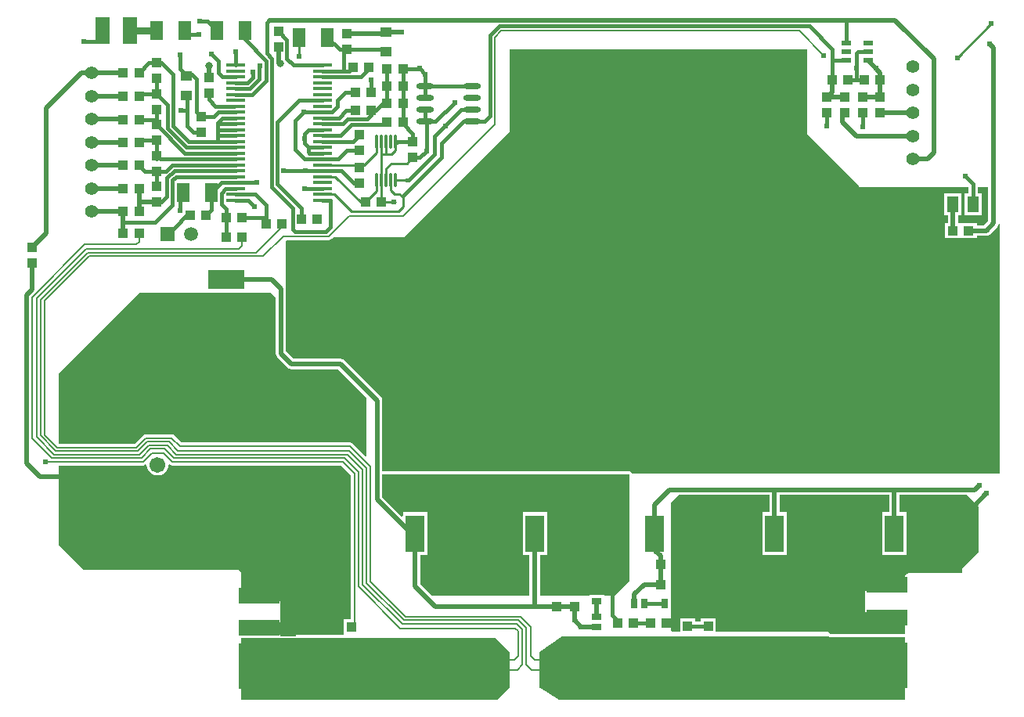
<source format=gtl>
%FSAX24Y24*%
%MOIN*%
G70*
G01*
G75*
G04 Layer_Physical_Order=1*
G04 Layer_Color=255*
%ADD10C,0.0150*%
%ADD11R,0.1535X0.1102*%
%ADD12R,0.0709X0.2087*%
%ADD13R,0.1772X0.0709*%
%ADD14R,0.1969X0.1969*%
%ADD15R,0.0709X0.2126*%
%ADD16R,0.0532X0.0807*%
%ADD17O,0.0768X0.0236*%
%ADD18R,0.0433X0.0236*%
%ADD19O,0.0118X0.0650*%
%ADD20O,0.0807X0.0157*%
%ADD21R,0.0492X0.0709*%
%ADD22R,0.0669X0.0433*%
%ADD23R,0.0472X0.0433*%
%ADD24R,0.0610X0.1161*%
%ADD25R,0.0394X0.0433*%
%ADD26R,0.0433X0.0394*%
%ADD27R,0.0394X0.0315*%
%ADD28R,0.0315X0.0394*%
%ADD29R,0.1575X0.0787*%
%ADD30R,0.3307X0.4154*%
%ADD31R,0.0787X0.1575*%
%ADD32R,0.4154X0.3307*%
%ADD33R,0.1732X0.1575*%
%ADD34C,0.0080*%
%ADD35C,0.0200*%
%ADD36C,0.0110*%
%ADD37C,0.0300*%
%ADD38C,0.0100*%
%ADD39C,0.0550*%
%ADD40R,0.0591X0.0591*%
%ADD41C,0.0591*%
%ADD42C,0.0670*%
%ADD43C,0.1500*%
%ADD44C,0.1800*%
%ADD45C,0.0240*%
%ADD46C,0.0320*%
%ADD47C,0.0315*%
G36*
X045899Y026748D02*
X045900Y026746D01*
Y022220D01*
X045280Y021600D01*
X044817D01*
Y021631D01*
X044183D01*
Y021600D01*
X042088D01*
Y023327D01*
X042378D01*
Y025142D01*
X041350D01*
Y023327D01*
X041640D01*
Y021600D01*
X037467D01*
X036986Y022081D01*
Y023327D01*
X037276D01*
Y025142D01*
X036248D01*
Y024984D01*
X036202Y024965D01*
X035374Y025793D01*
Y026750D01*
X045888D01*
X045899Y026748D01*
D02*
G37*
G36*
X054403Y019837D02*
X054450Y019828D01*
X057609D01*
Y017149D01*
X042876D01*
X042050Y017700D01*
Y019200D01*
X043024Y019850D01*
X054384D01*
X054403Y019837D01*
D02*
G37*
G36*
X040800Y019200D02*
Y017700D01*
X040249Y017149D01*
X029349D01*
Y019800D01*
X040200D01*
X040800Y019200D01*
D02*
G37*
G36*
X060750Y025400D02*
Y023450D01*
X060050Y022750D01*
Y022549D01*
X057808D01*
X057732Y022534D01*
X057667Y022491D01*
X057624Y022426D01*
X057609Y022350D01*
Y021829D01*
X056044D01*
X055968Y021813D01*
X055904Y021770D01*
X055860Y021706D01*
X055845Y021630D01*
Y021059D01*
X055860Y020983D01*
X055904Y020918D01*
X055968Y020875D01*
X056044Y020860D01*
X057609D01*
Y019950D01*
X054450D01*
X054350Y020050D01*
X049561D01*
Y020618D01*
X048927D01*
Y020480D01*
X048681D01*
Y020618D01*
X048047D01*
Y020050D01*
X047719D01*
X047650Y020119D01*
Y020933D01*
X047667D01*
Y021567D01*
X047650D01*
Y025550D01*
X047976Y025876D01*
X051844D01*
Y025142D01*
X051554D01*
Y023327D01*
X052582D01*
Y025142D01*
X052292D01*
Y025876D01*
X056946D01*
Y025142D01*
X056656D01*
Y023327D01*
X057684D01*
Y025142D01*
X057394D01*
Y025876D01*
X060274D01*
X060750Y025400D01*
D02*
G37*
G36*
X053450Y041250D02*
X055700Y039000D01*
X060314D01*
Y038734D01*
X060147D01*
Y037786D01*
X060879D01*
Y038734D01*
X060712D01*
Y039000D01*
X061170D01*
Y037543D01*
X060982Y037354D01*
X060676D01*
Y037447D01*
X059891D01*
Y037786D01*
X060033D01*
Y038734D01*
X059301D01*
Y037786D01*
X059442D01*
Y037447D01*
X059333D01*
Y036813D01*
X060676D01*
Y036906D01*
X061075D01*
X061160Y036923D01*
X061233Y036971D01*
X061553Y037291D01*
X061602Y037364D01*
X061614Y037428D01*
X061664Y037423D01*
Y026800D01*
X046011D01*
X045987Y026837D01*
X045947Y026863D01*
X045900Y026872D01*
X035374D01*
Y029900D01*
X035357Y029986D01*
X035309Y030059D01*
X033759Y031609D01*
X033686Y031657D01*
X033600Y031674D01*
X031593D01*
X031274Y031993D01*
Y034650D01*
X031257Y034736D01*
X031251Y034745D01*
X031245Y036701D01*
X031280Y036737D01*
X033100D01*
X033162Y036749D01*
X033215Y036785D01*
X033281Y036850D01*
X036300D01*
X040800Y041350D01*
Y044850D01*
X053450D01*
Y041250D01*
D02*
G37*
G36*
X030826Y034274D02*
Y031900D01*
X030843Y031814D01*
X030891Y031741D01*
X031341Y031291D01*
X031414Y031243D01*
X031500Y031226D01*
X033507D01*
X034700Y030033D01*
X034700Y027546D01*
X034654Y027527D01*
X034115Y028065D01*
X034062Y028101D01*
X034000Y028113D01*
X026818D01*
X026515Y028415D01*
X026462Y028451D01*
X026400Y028463D01*
X025300D01*
X025238Y028451D01*
X025185Y028415D01*
X024832Y028063D01*
X021604D01*
X021600Y028067D01*
Y031050D01*
X025050Y034500D01*
X030600D01*
X030826Y034274D01*
D02*
G37*
G36*
X026318Y027175D02*
X026371Y027139D01*
X026434Y027127D01*
X033632D01*
X034027Y026732D01*
Y020587D01*
X033733D01*
Y019922D01*
X029349D01*
Y020445D01*
X030930D01*
X031006Y020460D01*
X031070Y020503D01*
X031113Y020568D01*
X031128Y020644D01*
Y021167D01*
X031113Y021243D01*
X031070Y021308D01*
X031037Y021341D01*
X030973Y021384D01*
X030897Y021399D01*
X029357D01*
Y022500D01*
X029342Y022576D01*
X029298Y022641D01*
X029234Y022684D01*
X029158Y022699D01*
X022651D01*
X021600Y023750D01*
Y027137D01*
X025176D01*
X025239Y027149D01*
X025292Y027185D01*
X025297Y027190D01*
X025341Y027167D01*
X025341Y027165D01*
X025357Y027046D01*
X025403Y026936D01*
X025475Y026840D01*
X025571Y026768D01*
X025681Y026722D01*
X025800Y026706D01*
X025919Y026722D01*
X026029Y026768D01*
X026125Y026840D01*
X026197Y026936D01*
X026243Y027046D01*
X026259Y027165D01*
X026259Y027167D01*
X026303Y027190D01*
X026318Y027175D01*
D02*
G37*
D10*
X025082Y041900D02*
G03*
X025009Y041870I000000J-000102D01*
G01*
X025082Y041900D02*
G03*
X025009Y041870I000000J-000102D01*
G01*
X025082Y041900D02*
G03*
X025009Y041870I000000J-000102D01*
G01*
X045150Y020750D02*
X045447Y020453D01*
X027329Y041321D02*
X027650D01*
X027050Y042250D02*
Y042901D01*
X028352Y040963D02*
Y041730D01*
X028372Y041185D02*
X029129D01*
X028358Y041435D02*
X029129D01*
X028352Y041730D02*
X028557Y041935D01*
X028397Y041685D02*
X029129D01*
X027115Y040935D02*
X029129D01*
X028557Y041935D02*
X029129D01*
X034050Y041650D02*
X035574D01*
X037190Y042290D02*
X037190Y042290D01*
Y041790D02*
Y042290D01*
Y041790D02*
X037244Y041736D01*
X035451Y044850D02*
X035530Y044771D01*
X033850Y044850D02*
X035451D01*
X054532Y043550D02*
Y044376D01*
X046524Y021250D02*
X047390D01*
X046072Y020409D02*
X046803D01*
X055201Y043550D02*
X055562D01*
X024340Y037500D02*
X025700D01*
X024340D02*
Y037970D01*
X037190Y043290D02*
X039144D01*
X029129Y039185D02*
X030015D01*
X036944Y044042D02*
X037190Y043796D01*
X036244Y044010D02*
X036912D01*
X037190Y043290D02*
Y043796D01*
X032050Y041050D02*
Y041250D01*
Y040850D02*
Y041050D01*
X031650Y041820D02*
X032015Y042185D01*
X031650Y040600D02*
Y041820D01*
Y040600D02*
X032065Y040185D01*
X032811D01*
X032050Y040850D02*
X032215Y040685D01*
X032050Y041250D02*
X032235Y041435D01*
X032811D01*
X036244Y043290D02*
Y043970D01*
Y043270D02*
Y043290D01*
Y042550D02*
Y043230D01*
Y042530D02*
Y042550D01*
X037190Y042790D02*
Y043290D01*
X036674Y040241D02*
X036954D01*
X037244Y040530D01*
Y041736D01*
X036005Y040904D02*
X036011Y040910D01*
X036674D01*
X028720Y036870D02*
Y037690D01*
X035574Y043290D02*
Y044010D01*
Y042550D02*
Y043290D01*
Y042530D02*
Y042550D01*
X035374Y042530D02*
X035574D01*
X036244Y041750D02*
Y042530D01*
Y041700D02*
Y041750D01*
Y041700D02*
X036674Y041270D01*
Y040910D02*
Y041270D01*
X035094Y042250D02*
X035374Y042530D01*
X033450Y042700D02*
X033780Y043030D01*
X033216Y042185D02*
X033450Y042419D01*
X032811Y042185D02*
X033216D01*
X034893Y042250D02*
X035094D01*
X033450Y042419D02*
Y042700D01*
X032015Y042185D02*
X032811D01*
X032065Y038935D02*
X032811D01*
X034803Y044019D02*
Y044100D01*
X034469Y043685D02*
X034803Y044019D01*
X032811Y043685D02*
X034469D01*
X033740Y043935D02*
Y044740D01*
X033850Y044850D01*
X033550D02*
X033850D01*
X033040Y045360D02*
X033550Y044850D01*
X048364Y020281D02*
X049244D01*
X030950Y045620D02*
X031302Y045268D01*
X029727Y043201D02*
X030125Y043600D01*
X033969Y043935D02*
X034134Y044100D01*
X032811Y043935D02*
X033969D01*
X034109Y040935D02*
X034399Y041225D01*
X032811Y040935D02*
X034104D01*
X029129Y038685D02*
X029965D01*
X030420Y038230D01*
X029655Y038435D02*
X029930Y038160D01*
X029129Y038435D02*
X029655D01*
X029113Y038919D02*
X029129Y038935D01*
X028708Y038919D02*
X029113D01*
X028511Y038261D02*
Y038722D01*
Y038261D02*
X028720Y038052D01*
X028511Y038722D02*
X028708Y038919D01*
X028720Y037690D02*
Y038052D01*
X028090Y038740D02*
X028535Y039185D01*
X029129D01*
X030125Y043600D02*
Y044125D01*
X029146Y043201D02*
X029727D01*
X029129Y043185D02*
X029146Y043201D01*
X027920Y046050D02*
X028320Y045650D01*
X027600Y046050D02*
X027920D01*
X028100Y044650D02*
X028400Y044350D01*
Y043850D02*
Y044350D01*
Y043850D02*
X028565Y043685D01*
X029129D01*
Y044185D02*
Y044750D01*
X027450Y042200D02*
Y043600D01*
X027273Y043777D02*
X027450Y043600D01*
X027030Y043777D02*
X027273D01*
X025750Y040201D02*
Y040980D01*
X026418Y039919D02*
X029113D01*
X026510Y039685D02*
X029129D01*
X026205Y039380D02*
X026510Y039685D01*
X026205Y038605D02*
Y039380D01*
X026164Y039665D02*
X026418Y039919D01*
X026964Y040435D02*
X029129D01*
X025750Y041649D02*
X026964Y040435D01*
X027040Y040685D02*
X029129D01*
X025760Y040334D02*
X025909Y040185D01*
X029129D01*
X027050Y041600D02*
X027329Y041321D01*
X027450Y042200D02*
X027650Y042000D01*
X025760Y039665D02*
X026164D01*
X025950Y038350D02*
X026205Y038605D01*
X028385Y042185D02*
X029129D01*
X028200Y042000D02*
X028385Y042185D01*
X027650Y042000D02*
X028200D01*
X026750Y044008D02*
X027030Y043728D01*
X026750Y044008D02*
Y044614D01*
X025750Y041649D02*
X025750D01*
X026950Y045650D02*
X027100Y045500D01*
X027550D01*
X025760Y039019D02*
Y039665D01*
X025750Y042964D02*
Y043610D01*
X027990Y042710D02*
X028265Y042435D01*
X027990Y042710D02*
Y042980D01*
X028265Y042435D02*
X029050D01*
X025009Y039910D02*
X025254Y039665D01*
X025760D01*
X025009Y040890D02*
X025099Y040980D01*
X025750D01*
Y041870D02*
Y042295D01*
Y041649D02*
Y041870D01*
X025009Y042850D02*
X025124Y042964D01*
X025750D01*
Y040344D02*
Y040980D01*
X022650Y045200D02*
X023350D01*
X023449Y045299D01*
Y045594D01*
X025750Y040980D02*
X025789Y041019D01*
X025009Y043850D02*
X025439Y044279D01*
X025750D01*
X025009Y041870D02*
X025750D01*
X025700Y037500D02*
X026435Y038235D01*
Y039285D01*
X026585Y039435D01*
X029129D01*
X055632Y044750D02*
X056054D01*
X055562Y044680D02*
X055632Y044750D01*
X055562Y043550D02*
X055903D01*
X055562D02*
Y044050D01*
Y044680D01*
X055109Y045124D02*
Y046100D01*
X026450Y037200D02*
X027125Y037875D01*
X045150Y020750D02*
Y021700D01*
X033780Y043030D02*
X034224D01*
X034893D02*
Y043549D01*
X032811Y041935D02*
X033510D01*
X033825Y042250D01*
X034224D01*
X032811Y041185D02*
X033585D01*
X034050Y041650D01*
X032811Y041685D02*
X033685D01*
X033880Y041880D01*
X034724D01*
X034893Y042049D01*
Y042250D01*
X032811Y039685D02*
X033615D01*
X034149Y039151D01*
X034394D01*
X032811Y040185D02*
X033485D01*
X033861Y040561D01*
X034394D01*
X032215Y040685D02*
X032811D01*
X032265Y040435D02*
X032811D01*
X032215Y040485D02*
X032265Y040435D01*
X032215Y040485D02*
Y040685D01*
X037594Y041150D02*
X038734Y042290D01*
X039198D01*
X055809Y041570D02*
Y042140D01*
Y041570D02*
X055829Y041550D01*
X054282Y041580D02*
Y042140D01*
X031575Y044185D02*
X032811D01*
X029129Y042935D02*
X029835D01*
X029129Y043435D02*
X029635D01*
X029850Y043650D01*
Y043900D01*
X037190Y041790D02*
X037641D01*
X038450Y042599D01*
X038840Y041790D02*
X039198D01*
X054532Y044376D02*
X055109D01*
X054532D02*
Y044855D01*
X053542Y045845D02*
X054532Y044855D01*
X039734Y041790D02*
X039950Y042006D01*
X039198Y041790D02*
X039734D01*
X036396Y039293D02*
X036487D01*
X037594Y040400D01*
Y041150D01*
X036294Y038650D02*
X037894Y040250D01*
Y040844D01*
X038840Y041790D01*
X039950Y042006D02*
Y045450D01*
X031302Y044458D02*
X031575Y044185D01*
X031302Y044458D02*
Y045268D01*
X039950Y045450D02*
X040345Y045845D01*
X053542D01*
X029835Y042935D02*
X030430Y043530D01*
X027050Y041600D02*
Y042250D01*
X026450Y041600D02*
X027115Y040935D01*
X025750Y044279D02*
X025971D01*
X026450Y043800D01*
X026220Y041505D02*
X027040Y040685D01*
X025750Y042964D02*
X026220Y042494D01*
Y041505D02*
Y042494D01*
X026450Y041600D02*
Y043800D01*
X026800Y042250D02*
X027050D01*
X028090Y038020D02*
Y038740D01*
X026750Y038000D02*
Y038400D01*
X026890Y038540D01*
Y038740D01*
X027870Y037800D02*
X028090Y038020D01*
X030450Y046000D02*
X030550Y046100D01*
X030450Y044675D02*
Y046000D01*
X030660Y038990D02*
X031549Y038101D01*
Y037201D02*
Y038101D01*
Y037201D02*
X031650Y037100D01*
X032838D01*
X032839Y037101D01*
X032951D01*
X033150Y037300D01*
Y038435D01*
X032811D02*
X033150D01*
X029389Y037690D02*
X030400D01*
X030420Y037410D02*
Y038230D01*
X031921Y037610D02*
Y038079D01*
X030890Y039110D02*
X031921Y038079D01*
X030890Y041740D02*
X031835Y042685D01*
X032811D01*
X030890Y039110D02*
Y041740D01*
X031165Y039685D02*
X032811D01*
X060513Y038260D02*
Y039123D01*
X060187Y039450D02*
X060513Y039123D01*
X029520Y045280D02*
Y045650D01*
X030430Y043530D02*
Y044370D01*
X029520Y045280D02*
X030430Y044370D01*
X030660Y038990D02*
Y044465D01*
X030450Y044675D02*
X030660Y044465D01*
D11*
X051090Y019302D02*
D03*
Y022098D02*
D03*
D12*
X031355Y020900D02*
D03*
D13*
X030115Y020211D02*
D03*
Y021588D02*
D03*
X056843Y022063D02*
D03*
Y020646D02*
D03*
D14*
X030213Y018577D02*
D03*
X056745Y018618D02*
D03*
D15*
X055603Y021354D02*
D03*
D16*
X025750Y045650D02*
D03*
X026950D02*
D03*
X028320D02*
D03*
X029520D02*
D03*
X026890Y038740D02*
D03*
X028090D02*
D03*
X033040Y045360D02*
D03*
X031840D02*
D03*
D17*
X039198Y041790D02*
D03*
Y042290D02*
D03*
Y042790D02*
D03*
Y043290D02*
D03*
X037190Y041790D02*
D03*
Y042290D02*
D03*
Y042790D02*
D03*
Y043290D02*
D03*
D18*
X055109Y044376D02*
D03*
Y044750D02*
D03*
Y045124D02*
D03*
X056054D02*
D03*
Y044750D02*
D03*
Y044376D02*
D03*
D19*
X035917Y040907D02*
D03*
X035721D02*
D03*
X035524D02*
D03*
X035327D02*
D03*
X035130D02*
D03*
X035917Y039293D02*
D03*
X035721D02*
D03*
X035524D02*
D03*
X035327D02*
D03*
X035130D02*
D03*
D20*
X032811Y038435D02*
D03*
Y038685D02*
D03*
Y038935D02*
D03*
Y039185D02*
D03*
Y039435D02*
D03*
Y039685D02*
D03*
Y039935D02*
D03*
Y040185D02*
D03*
Y040435D02*
D03*
Y040685D02*
D03*
Y040935D02*
D03*
Y041185D02*
D03*
Y041435D02*
D03*
Y041685D02*
D03*
Y041935D02*
D03*
Y042185D02*
D03*
Y042435D02*
D03*
Y042685D02*
D03*
Y042935D02*
D03*
Y043185D02*
D03*
Y043435D02*
D03*
Y043685D02*
D03*
Y043935D02*
D03*
Y044185D02*
D03*
X029129Y038435D02*
D03*
Y038685D02*
D03*
Y038935D02*
D03*
Y039185D02*
D03*
Y039435D02*
D03*
Y039685D02*
D03*
Y039935D02*
D03*
Y040185D02*
D03*
Y040435D02*
D03*
Y040685D02*
D03*
Y040935D02*
D03*
Y041185D02*
D03*
Y041435D02*
D03*
Y041685D02*
D03*
Y041935D02*
D03*
Y042185D02*
D03*
Y042435D02*
D03*
Y042685D02*
D03*
Y042935D02*
D03*
Y043185D02*
D03*
Y043435D02*
D03*
Y043685D02*
D03*
Y043935D02*
D03*
Y044185D02*
D03*
D21*
X059667Y038260D02*
D03*
X060513D02*
D03*
D22*
X052980Y019640D02*
D03*
Y020703D02*
D03*
X053810Y019640D02*
D03*
Y020703D02*
D03*
D23*
X027030Y042901D02*
D03*
Y043728D02*
D03*
X035530Y045598D02*
D03*
Y044771D02*
D03*
D24*
X024611Y045650D02*
D03*
X023449D02*
D03*
D25*
X056572Y042140D02*
D03*
Y042809D02*
D03*
X055045D02*
D03*
Y042140D02*
D03*
X055809Y042809D02*
D03*
Y042140D02*
D03*
X054282D02*
D03*
Y042809D02*
D03*
X033850Y044850D02*
D03*
Y045519D02*
D03*
X034394Y040561D02*
D03*
Y041230D02*
D03*
X030950Y045620D02*
D03*
Y044951D02*
D03*
X027990Y043649D02*
D03*
Y042980D02*
D03*
X027650Y041331D02*
D03*
Y042000D02*
D03*
X025760Y039019D02*
D03*
Y038350D02*
D03*
Y040334D02*
D03*
Y039665D02*
D03*
X025750Y041649D02*
D03*
Y040980D02*
D03*
Y042964D02*
D03*
Y042295D02*
D03*
Y044279D02*
D03*
Y043610D02*
D03*
X034394Y039151D02*
D03*
Y039820D02*
D03*
X049244Y020950D02*
D03*
Y020281D02*
D03*
X048364D02*
D03*
Y019612D02*
D03*
X036674Y040241D02*
D03*
Y040910D02*
D03*
X034050Y019581D02*
D03*
Y020250D02*
D03*
X020460Y036429D02*
D03*
Y035760D02*
D03*
X043560Y021120D02*
D03*
Y021789D02*
D03*
X042780D02*
D03*
Y021120D02*
D03*
D26*
X056572Y043550D02*
D03*
X055903D02*
D03*
X055201D02*
D03*
X054532D02*
D03*
X027201Y037800D02*
D03*
X027870D02*
D03*
X034134Y044100D02*
D03*
X034803D02*
D03*
X036244Y041750D02*
D03*
X035574D02*
D03*
X031089Y037410D02*
D03*
X030420D02*
D03*
X028720Y036870D02*
D03*
X029389D02*
D03*
X034893Y042250D02*
D03*
X034224D02*
D03*
X035574Y043290D02*
D03*
X036244D02*
D03*
X024340Y043850D02*
D03*
X025009D02*
D03*
Y042850D02*
D03*
X024340D02*
D03*
Y041870D02*
D03*
X025009D02*
D03*
Y040890D02*
D03*
X024340D02*
D03*
Y039910D02*
D03*
X025009D02*
D03*
Y038930D02*
D03*
X024340D02*
D03*
X035574Y042550D02*
D03*
X036244D02*
D03*
X025009Y037970D02*
D03*
X024340D02*
D03*
X029389Y037690D02*
D03*
X028720D02*
D03*
X034224Y043030D02*
D03*
X034893D02*
D03*
X031921Y037610D02*
D03*
X032590D02*
D03*
X034664Y038340D02*
D03*
X035334D02*
D03*
X025009Y037010D02*
D03*
X024340D02*
D03*
X035574Y044010D02*
D03*
X036244D02*
D03*
X060339Y037130D02*
D03*
X059670D02*
D03*
X046072Y020409D02*
D03*
X045403D02*
D03*
X047472D02*
D03*
X046803D02*
D03*
X047209Y022929D02*
D03*
X047878D02*
D03*
X047879Y022059D02*
D03*
X047210D02*
D03*
D27*
X044500Y020267D02*
D03*
Y020700D02*
D03*
Y021786D02*
D03*
Y021353D02*
D03*
D28*
X046091Y021250D02*
D03*
X046524D02*
D03*
X047823D02*
D03*
X047390D02*
D03*
D29*
X028735Y033040D02*
D03*
X028735Y035040D02*
D03*
D30*
X033065Y034040D02*
D03*
D31*
X046966Y024235D02*
D03*
X048966Y024235D02*
D03*
X038762D02*
D03*
X036762Y024235D02*
D03*
X052068D02*
D03*
X054068Y024235D02*
D03*
X043864D02*
D03*
X041864Y024235D02*
D03*
X057170D02*
D03*
X059170Y024235D02*
D03*
D32*
X047966Y028565D02*
D03*
X037762D02*
D03*
X053068D02*
D03*
X042864D02*
D03*
X058170D02*
D03*
D33*
X039924Y018430D02*
D03*
X042916D02*
D03*
D34*
X041710D02*
X042522D01*
X041500Y018640D02*
X041710Y018430D01*
X041500Y018640D02*
Y020226D01*
X041166Y020560D02*
X041500Y020226D01*
X036276Y020560D02*
X041166D01*
X034700Y022136D02*
X036276Y020560D01*
X034700Y022136D02*
Y027015D01*
X033955Y027760D02*
X034700Y027015D01*
X026666Y027760D02*
X033955D01*
X026276Y028150D02*
X026666Y027760D01*
X025350Y028150D02*
X026276D01*
X024960Y027760D02*
X025350Y028150D01*
X021466Y027760D02*
X024960D01*
X020810Y028416D02*
X021466Y027760D01*
X020810Y028416D02*
Y034184D01*
X022816Y036190D01*
X029990D01*
X031089Y037289D01*
Y037410D01*
X021276Y027460D02*
X025110D01*
X020450Y028286D02*
X021276Y027460D01*
X025110D02*
X025500Y027850D01*
X025009Y036659D02*
Y037010D01*
X024900Y036550D02*
X025009Y036659D01*
X022700Y036550D02*
X024900D01*
X020450Y034300D02*
X022700Y036550D01*
X020450Y028286D02*
Y034300D01*
X040738Y018850D02*
X040990D01*
X041150Y019010D01*
Y020090D01*
X041040Y020200D02*
X041150Y020090D01*
X036134Y020200D02*
X041040D01*
X034350Y021984D02*
X036134Y020200D01*
X034350Y021984D02*
Y026865D01*
X033765Y027450D02*
X034350Y026865D01*
X028774Y027450D02*
X033765D01*
X026500D02*
X028774D01*
X026100Y027850D02*
X026500Y027450D01*
X025500Y027850D02*
X026100D01*
X040318Y018430D02*
X041130D01*
X041340Y018640D01*
Y020160D01*
X041100Y020400D02*
X041340Y020160D01*
X036210Y020400D02*
X041100D01*
X034540Y022070D02*
X036210Y020400D01*
X034540Y022070D02*
Y026949D01*
X033889Y027600D02*
X034540Y026949D01*
X026600Y027600D02*
X033889D01*
X026210Y027990D02*
X026600Y027600D01*
X025416Y027990D02*
X026210D01*
X025026Y027600D02*
X025416Y027990D01*
X021400Y027600D02*
X025026D01*
X020650Y028350D02*
X021400Y027600D01*
X020650Y028350D02*
Y034250D01*
X022750Y036350D01*
X029250D01*
X029389Y036489D01*
Y036870D01*
X041850Y018850D02*
X042102D01*
X041690Y019010D02*
X041850Y018850D01*
X041690Y019010D02*
Y020260D01*
X041250Y020700D02*
X041690Y020260D01*
X036350Y020700D02*
X041250D01*
X034850Y022200D02*
X036350Y020700D01*
X034850Y022200D02*
Y027100D01*
X034000Y027950D02*
X034850Y027100D01*
X026750Y027950D02*
X034000D01*
X026400Y028300D02*
X026750Y027950D01*
X025300Y028300D02*
X026400D01*
X024900Y027900D02*
X025300Y028300D01*
X021536Y027900D02*
X024900D01*
X021000Y028436D02*
X021536Y027900D01*
X021000Y028436D02*
Y034150D01*
X022900Y036050D01*
X030300D01*
X031150Y036900D01*
X033100D01*
X033950Y037750D01*
X036250D01*
X040145Y041645D01*
Y045369D01*
X040426Y045650D01*
X053112D01*
X054162Y044600D01*
X034050Y020250D02*
X034190Y020390D01*
Y026799D01*
X033699Y027290D02*
X034190Y026799D01*
X026434Y027290D02*
X033699D01*
X026054Y027670D02*
X026434Y027290D01*
X025546Y027670D02*
X026054D01*
X025176Y027300D02*
X025546Y027670D01*
X021070Y027300D02*
X025176D01*
X021050Y027320D02*
X021070Y027300D01*
D35*
X020230Y034391D02*
X020460Y034621D01*
X020230Y027220D02*
Y034391D01*
X020460Y034621D02*
Y035760D01*
X020800Y026650D02*
X022000D01*
X020230Y027220D02*
X020800Y026650D01*
X035451Y045519D02*
X035530Y045598D01*
X036190D01*
X054321Y042809D02*
X054532Y043020D01*
X054321Y042809D02*
X055045D01*
X054532Y043020D02*
Y043550D01*
X043560Y020540D02*
Y021120D01*
X042780D02*
X043560D01*
X047209Y022929D02*
Y023279D01*
X036615Y024235D02*
X036762D01*
X035150Y025700D02*
X036615Y024235D01*
X035150Y025700D02*
Y029900D01*
X033600Y031450D02*
X035150Y029900D01*
X031500Y031450D02*
X033600D01*
X031050Y031900D02*
X031500Y031450D01*
X031050Y031900D02*
Y034650D01*
X030660Y035040D02*
X031050Y034650D01*
X028735Y035040D02*
X030660D01*
X047000Y023488D02*
X047209Y023279D01*
X046966Y024235D02*
X047000Y024201D01*
X047225Y022059D02*
Y022929D01*
X046091Y021250D02*
Y021641D01*
X046509Y022059D01*
X047210D01*
X044500Y020700D02*
Y021353D01*
X024340Y037010D02*
Y037970D01*
X023000Y037944D02*
X024314D01*
X027990Y043649D02*
Y044150D01*
X025009Y038350D02*
X025950D01*
X023000Y043850D02*
X024340D01*
X025009Y038350D02*
Y038930D01*
X057880Y042150D02*
X057970D01*
X023007Y040890D02*
X024340D01*
X023003Y039910D02*
X024340D01*
X023000Y038929D02*
X024339D01*
X025009Y037970D02*
Y038350D01*
X023000Y041881D02*
X024328D01*
X023016Y042850D02*
X024340D01*
X021050Y037019D02*
Y042350D01*
X022550Y043850D01*
X023000D01*
X056054Y044376D02*
X056572Y043858D01*
Y043550D02*
Y043858D01*
Y042809D02*
Y043550D01*
X055892Y042809D02*
X056572D01*
Y042150D02*
X057970D01*
X047600Y026100D02*
X052068D01*
X046966Y025466D02*
X047600Y026100D01*
X046966Y024235D02*
Y025466D01*
X052068Y024235D02*
Y026100D01*
X057170D01*
Y024235D02*
Y026100D01*
X033850Y045519D02*
X035451D01*
X060250Y025400D02*
X060550D01*
X061100Y025950D01*
X057170Y026100D02*
X060600D01*
X060800Y026300D01*
X036762Y024235D02*
Y024300D01*
X041864Y021120D02*
Y024235D01*
X041994Y021120D02*
X042780D01*
X043560Y020540D02*
X043833Y020267D01*
X044500D01*
X036762Y021988D02*
Y024235D01*
Y021988D02*
X037630Y021120D01*
X041994D01*
X054962Y041750D02*
Y042140D01*
Y041750D02*
X055546Y041166D01*
X057970D01*
Y040181D02*
X058582D01*
X058850Y040450D01*
Y044450D01*
X057200Y046100D02*
X058850Y044450D01*
X047450Y046100D02*
X057200D01*
X030550D02*
X047450D01*
X020460Y036429D02*
X021050Y037019D01*
X059667Y037133D02*
Y038260D01*
X061225Y045088D02*
X061395Y044919D01*
Y037450D02*
Y044919D01*
X061075Y037130D02*
X061395Y037450D01*
X060339Y037130D02*
X061075D01*
X030950Y044330D02*
X031020Y044260D01*
X030950Y044330D02*
Y044951D01*
D36*
X035327Y040283D02*
Y040400D01*
Y039742D02*
Y040283D01*
Y039293D02*
Y039742D01*
X035524Y040420D02*
X035544Y040400D01*
X035754D01*
X035327D02*
X035544D01*
X035524Y040420D02*
Y040907D01*
X034454Y038340D02*
X034664D01*
X033359Y039435D02*
X034454Y038340D01*
X032811Y039435D02*
X033359D01*
X032811Y038685D02*
X033315D01*
X035917Y039293D02*
X036387D01*
X035327Y038340D02*
Y039293D01*
X036433Y040000D02*
X036674Y040241D01*
X035744Y040000D02*
X036433D01*
X035524Y039780D02*
X035744Y040000D01*
X035524Y039293D02*
Y039780D01*
X036002Y040904D02*
X036005D01*
X035915D02*
X035917D01*
Y040907D02*
X036002D01*
X035327Y040400D02*
Y040907D01*
X035754Y040400D02*
X035915Y040561D01*
Y040904D01*
X035130Y040461D02*
Y040907D01*
X034604Y039935D02*
X035130Y040461D01*
X032811Y039935D02*
X034604D01*
X034664Y038340D02*
X035130Y038806D01*
Y039293D01*
Y040907D02*
X035133Y040910D01*
X031840Y044568D02*
Y045360D01*
X035130Y040646D02*
Y040907D01*
X036244Y038600D02*
X036294Y038650D01*
X035721Y038858D02*
Y039293D01*
Y038858D02*
X035879Y038700D01*
X033315Y038685D02*
X034050Y037950D01*
X036044D02*
X036244Y038150D01*
X034050Y037950D02*
X036044D01*
X035334Y038340D02*
X035934D01*
X036244Y038150D02*
Y038550D01*
X036094Y038700D02*
X036244Y038550D01*
X035879Y038700D02*
X036094D01*
D37*
X025190Y045650D02*
X025750D01*
X024611D02*
X025190D01*
D38*
X059850Y044500D02*
X061300Y045950D01*
D39*
X057970Y041166D02*
D03*
Y040181D02*
D03*
Y042150D02*
D03*
Y043134D02*
D03*
Y044119D02*
D03*
X023000Y037944D02*
D03*
Y038929D02*
D03*
Y039913D02*
D03*
Y040897D02*
D03*
Y041881D02*
D03*
Y043850D02*
D03*
Y042866D02*
D03*
D40*
X026220Y036990D02*
D03*
D41*
X027220D02*
D03*
D42*
X025800Y027165D02*
D03*
D43*
X027800Y025350D02*
D03*
Y028980D02*
D03*
D44*
X023800Y025350D02*
D03*
Y028980D02*
D03*
D45*
X021040Y027300D02*
D03*
X036190Y045598D02*
D03*
X054282Y041580D02*
D03*
X056382Y044048D02*
D03*
X030015Y039185D02*
D03*
X036944Y044042D02*
D03*
X037190Y043796D02*
D03*
X032050Y041050D02*
D03*
X032015Y042185D02*
D03*
X037244Y040530D02*
D03*
X032065Y038935D02*
D03*
X031840Y044568D02*
D03*
X029930Y038160D02*
D03*
X027600Y046050D02*
D03*
X028100Y044650D02*
D03*
X027550Y045500D02*
D03*
X029129Y044750D02*
D03*
X026750Y044614D02*
D03*
Y038000D02*
D03*
X025190Y045650D02*
D03*
X022650Y045200D02*
D03*
X055562Y044050D02*
D03*
X061100Y025950D02*
D03*
X060800Y026300D02*
D03*
X043560Y020540D02*
D03*
X043833Y020267D02*
D03*
X034893Y043549D02*
D03*
X038450Y042599D02*
D03*
X055829Y041550D02*
D03*
X054162Y044600D02*
D03*
X035850Y038340D02*
D03*
X038044Y041600D02*
D03*
X029850Y043900D02*
D03*
X030150Y044150D02*
D03*
X026800Y042250D02*
D03*
X061300Y045950D02*
D03*
X059850Y044500D02*
D03*
X031165Y039685D02*
D03*
X032100D02*
D03*
X061222Y045085D02*
D03*
X060187Y039450D02*
D03*
D46*
X034440Y019180D02*
D03*
X052950Y019090D02*
D03*
X049950Y019300D02*
D03*
X057668Y022885D02*
D03*
X056768D02*
D03*
X054366Y021235D02*
D03*
X053466D02*
D03*
X054366Y021985D02*
D03*
X053466D02*
D03*
X052566Y021235D02*
D03*
Y021985D02*
D03*
Y022885D02*
D03*
X051666D02*
D03*
X049866Y021985D02*
D03*
X048966D02*
D03*
X058720Y022885D02*
D03*
X059620D02*
D03*
X059170D02*
D03*
X060070Y023335D02*
D03*
Y024235D02*
D03*
Y023785D02*
D03*
Y024685D02*
D03*
Y025135D02*
D03*
Y025585D02*
D03*
X059620D02*
D03*
X059170D02*
D03*
X058720D02*
D03*
X058270D02*
D03*
Y024685D02*
D03*
Y023785D02*
D03*
Y025135D02*
D03*
Y024235D02*
D03*
Y023335D02*
D03*
Y022885D02*
D03*
X053168D02*
D03*
Y023335D02*
D03*
Y024235D02*
D03*
Y025135D02*
D03*
Y023785D02*
D03*
Y024685D02*
D03*
Y025585D02*
D03*
X053618D02*
D03*
X054068D02*
D03*
X054518D02*
D03*
X054968D02*
D03*
Y025135D02*
D03*
Y024685D02*
D03*
Y023785D02*
D03*
Y024235D02*
D03*
Y023335D02*
D03*
Y022885D02*
D03*
X054068D02*
D03*
X054518D02*
D03*
X053618D02*
D03*
X055868D02*
D03*
Y023785D02*
D03*
Y024685D02*
D03*
Y025585D02*
D03*
X050766D02*
D03*
Y024685D02*
D03*
Y023785D02*
D03*
Y022885D02*
D03*
X048516D02*
D03*
X049416D02*
D03*
X048966D02*
D03*
X049866D02*
D03*
Y023335D02*
D03*
Y024235D02*
D03*
Y023785D02*
D03*
Y024685D02*
D03*
Y025135D02*
D03*
Y025585D02*
D03*
X049416D02*
D03*
X048966D02*
D03*
X048516D02*
D03*
X048066D02*
D03*
Y024685D02*
D03*
Y023785D02*
D03*
Y025135D02*
D03*
Y024235D02*
D03*
X045664Y022885D02*
D03*
Y023785D02*
D03*
Y024685D02*
D03*
Y025585D02*
D03*
X042964Y022435D02*
D03*
X043864D02*
D03*
X044764D02*
D03*
X043864Y026485D02*
D03*
X044764D02*
D03*
X041164D02*
D03*
X042064D02*
D03*
X042964D02*
D03*
X041164Y025585D02*
D03*
X042064D02*
D03*
X042964Y024235D02*
D03*
Y023335D02*
D03*
Y025135D02*
D03*
Y023785D02*
D03*
Y024685D02*
D03*
Y025585D02*
D03*
X043414D02*
D03*
X043864D02*
D03*
X044314D02*
D03*
X044764D02*
D03*
Y025135D02*
D03*
Y024685D02*
D03*
Y023785D02*
D03*
Y024235D02*
D03*
Y023335D02*
D03*
Y022885D02*
D03*
X043864D02*
D03*
X044314D02*
D03*
X042964D02*
D03*
X043414D02*
D03*
X037412D02*
D03*
X037862Y021985D02*
D03*
X038762D02*
D03*
X039662D02*
D03*
X040562D02*
D03*
Y022885D02*
D03*
Y023785D02*
D03*
Y024685D02*
D03*
Y025585D02*
D03*
Y026485D02*
D03*
X039662D02*
D03*
X038762D02*
D03*
X036962D02*
D03*
Y025585D02*
D03*
X037862Y026485D02*
D03*
X038312Y022885D02*
D03*
X037862D02*
D03*
X039212D02*
D03*
X038762D02*
D03*
X039662D02*
D03*
Y023335D02*
D03*
Y024235D02*
D03*
Y023785D02*
D03*
Y024685D02*
D03*
Y025135D02*
D03*
Y025585D02*
D03*
X039212D02*
D03*
X038762D02*
D03*
X038312D02*
D03*
X037862D02*
D03*
Y024685D02*
D03*
Y023785D02*
D03*
Y025135D02*
D03*
Y023335D02*
D03*
Y024235D02*
D03*
X031870Y020150D02*
D03*
Y021000D02*
D03*
X030170Y021850D02*
D03*
X031020D02*
D03*
X031870D02*
D03*
Y022700D02*
D03*
X031020D02*
D03*
X030170D02*
D03*
X031870Y023550D02*
D03*
X031020D02*
D03*
Y024400D02*
D03*
X029320Y022950D02*
D03*
X028470D02*
D03*
X027620D02*
D03*
X023370D02*
D03*
X025070D02*
D03*
X024220D02*
D03*
X026770D02*
D03*
X025920D02*
D03*
Y026100D02*
D03*
X029320D02*
D03*
X022050Y025730D02*
D03*
Y024880D02*
D03*
X023800Y024180D02*
D03*
X023215Y024337D02*
D03*
X022787Y024765D02*
D03*
X022630Y025350D02*
D03*
X022787Y025935D02*
D03*
X024813D02*
D03*
X024970Y025350D02*
D03*
X024813Y024765D02*
D03*
X024385Y024337D02*
D03*
X027800Y024330D02*
D03*
X027290Y024467D02*
D03*
X026917Y024840D02*
D03*
X026780Y025350D02*
D03*
X026917Y025860D02*
D03*
X028683D02*
D03*
X028820Y025350D02*
D03*
X028683Y024840D02*
D03*
X028310Y024467D02*
D03*
X025920Y025250D02*
D03*
Y024400D02*
D03*
X026770D02*
D03*
X025070D02*
D03*
X025920Y023550D02*
D03*
X026770D02*
D03*
X024220D02*
D03*
X025070D02*
D03*
X023370D02*
D03*
X022520D02*
D03*
Y024400D02*
D03*
X022050Y024030D02*
D03*
X027620Y023550D02*
D03*
X028470D02*
D03*
X029320D02*
D03*
Y024400D02*
D03*
Y025250D02*
D03*
X028670Y024200D02*
D03*
X025270Y025050D02*
D03*
X026570D02*
D03*
X030170Y025980D02*
D03*
Y025250D02*
D03*
Y024400D02*
D03*
Y023550D02*
D03*
X035212Y031548D02*
D03*
Y032398D02*
D03*
Y033248D02*
D03*
Y034098D02*
D03*
Y034948D02*
D03*
Y035798D02*
D03*
X053918Y040048D02*
D03*
X037762Y037498D02*
D03*
X040314Y040048D02*
D03*
X047116Y044298D02*
D03*
X047966D02*
D03*
X052218D02*
D03*
X053068D02*
D03*
X048816D02*
D03*
X042014D02*
D03*
X042864D02*
D03*
X043714D02*
D03*
X044564D02*
D03*
X049666D02*
D03*
X050516D02*
D03*
X045414D02*
D03*
X041164D02*
D03*
X046266D02*
D03*
X051368D02*
D03*
X047116Y043448D02*
D03*
X047966D02*
D03*
X052218D02*
D03*
X053068D02*
D03*
X048816D02*
D03*
X042014D02*
D03*
X042864D02*
D03*
X043714D02*
D03*
X044564D02*
D03*
X049666D02*
D03*
X050516D02*
D03*
X045414D02*
D03*
X041164D02*
D03*
X046266D02*
D03*
X051368D02*
D03*
X047116Y042598D02*
D03*
X047966D02*
D03*
X052218D02*
D03*
X053068D02*
D03*
X048816D02*
D03*
X042014D02*
D03*
X042864D02*
D03*
X043714D02*
D03*
X044564D02*
D03*
X049666D02*
D03*
X050516D02*
D03*
X045414D02*
D03*
X041164D02*
D03*
X046266D02*
D03*
X051368D02*
D03*
X047116Y041748D02*
D03*
X047966D02*
D03*
X052218D02*
D03*
X053068D02*
D03*
X048816D02*
D03*
X042014D02*
D03*
X042864D02*
D03*
X043714D02*
D03*
X044564D02*
D03*
X049666D02*
D03*
X050516D02*
D03*
X045414D02*
D03*
X041164D02*
D03*
X046266D02*
D03*
X051368D02*
D03*
X047116Y040898D02*
D03*
X047966D02*
D03*
X052218D02*
D03*
X053068D02*
D03*
X048816D02*
D03*
X042014D02*
D03*
X042864D02*
D03*
X043714D02*
D03*
X044564D02*
D03*
X049666D02*
D03*
X050516D02*
D03*
X045414D02*
D03*
X041164D02*
D03*
X046266D02*
D03*
X051368D02*
D03*
X047116Y040048D02*
D03*
X047966D02*
D03*
X052218D02*
D03*
X053068D02*
D03*
X048816D02*
D03*
X042014D02*
D03*
X042864D02*
D03*
X043714D02*
D03*
X044564D02*
D03*
X049666D02*
D03*
X050516D02*
D03*
X045414D02*
D03*
X041164D02*
D03*
X046266D02*
D03*
X051368D02*
D03*
X034348Y034890D02*
D03*
Y034040D02*
D03*
Y033190D02*
D03*
X033498D02*
D03*
Y034040D02*
D03*
Y034890D02*
D03*
X032648Y033190D02*
D03*
Y034040D02*
D03*
Y034890D02*
D03*
Y032340D02*
D03*
X033498D02*
D03*
X034348D02*
D03*
X032648Y035740D02*
D03*
X033498D02*
D03*
X034348D02*
D03*
X031798D02*
D03*
Y032340D02*
D03*
Y034890D02*
D03*
Y034040D02*
D03*
Y033190D02*
D03*
X051368Y039198D02*
D03*
X046266D02*
D03*
X041164D02*
D03*
X045414D02*
D03*
X050516D02*
D03*
X054768D02*
D03*
X049666D02*
D03*
X044564D02*
D03*
X040312D02*
D03*
X039462D02*
D03*
X043714D02*
D03*
X042864D02*
D03*
X042014D02*
D03*
X048816D02*
D03*
X053918D02*
D03*
X053068D02*
D03*
X052218D02*
D03*
X047966D02*
D03*
X047116D02*
D03*
X056470Y038348D02*
D03*
X051368D02*
D03*
X046266D02*
D03*
X041164D02*
D03*
X045414D02*
D03*
X050516D02*
D03*
X055618D02*
D03*
X054768D02*
D03*
X049666D02*
D03*
X044564D02*
D03*
X040312D02*
D03*
X039462D02*
D03*
X038612D02*
D03*
X043714D02*
D03*
X042864D02*
D03*
X042014D02*
D03*
X048816D02*
D03*
X053918D02*
D03*
X053068D02*
D03*
X052218D02*
D03*
X059020D02*
D03*
X058170D02*
D03*
X057320D02*
D03*
X047966D02*
D03*
X047116D02*
D03*
X056470Y037498D02*
D03*
X051368D02*
D03*
X046266D02*
D03*
X041164D02*
D03*
X045414D02*
D03*
X050516D02*
D03*
X055618D02*
D03*
X054768D02*
D03*
X049666D02*
D03*
X044564D02*
D03*
X040312D02*
D03*
X039462D02*
D03*
X038612D02*
D03*
X043714D02*
D03*
X042864D02*
D03*
X042014D02*
D03*
X048816D02*
D03*
X053918D02*
D03*
X053068D02*
D03*
X052218D02*
D03*
X059020D02*
D03*
X058170D02*
D03*
X057320D02*
D03*
X047966D02*
D03*
X047116D02*
D03*
Y036648D02*
D03*
X047966D02*
D03*
X057320D02*
D03*
X058170D02*
D03*
X059020D02*
D03*
X052218D02*
D03*
X053068D02*
D03*
X053918D02*
D03*
X048816D02*
D03*
X042014D02*
D03*
X042864D02*
D03*
X043714D02*
D03*
X036912D02*
D03*
X037762D02*
D03*
X038612D02*
D03*
X039462D02*
D03*
X040312D02*
D03*
X044564D02*
D03*
X049666D02*
D03*
X054768D02*
D03*
X055618D02*
D03*
X059870D02*
D03*
X050516D02*
D03*
X045414D02*
D03*
X041164D02*
D03*
X046266D02*
D03*
X051368D02*
D03*
X056470D02*
D03*
X047116Y035798D02*
D03*
X047966D02*
D03*
X057320D02*
D03*
X058170D02*
D03*
X059020D02*
D03*
X052218D02*
D03*
X053068D02*
D03*
X053918D02*
D03*
X048816D02*
D03*
X042014D02*
D03*
X042864D02*
D03*
X043714D02*
D03*
X036912D02*
D03*
X037762D02*
D03*
X038612D02*
D03*
X039462D02*
D03*
X040312D02*
D03*
X044564D02*
D03*
X049666D02*
D03*
X054768D02*
D03*
X055618D02*
D03*
X059870D02*
D03*
X050516D02*
D03*
X045414D02*
D03*
X036062D02*
D03*
X041164D02*
D03*
X046266D02*
D03*
X051368D02*
D03*
X056470D02*
D03*
X047116Y034948D02*
D03*
X047966D02*
D03*
X057320D02*
D03*
X058170D02*
D03*
X059020D02*
D03*
X052218D02*
D03*
X053068D02*
D03*
X053918D02*
D03*
X048816D02*
D03*
X042014D02*
D03*
X042864D02*
D03*
X043714D02*
D03*
X036912D02*
D03*
X037762D02*
D03*
X038612D02*
D03*
X039462D02*
D03*
X040312D02*
D03*
X044564D02*
D03*
X049666D02*
D03*
X054768D02*
D03*
X055618D02*
D03*
X059870D02*
D03*
X050516D02*
D03*
X045414D02*
D03*
X036062D02*
D03*
X041164D02*
D03*
X046266D02*
D03*
X051368D02*
D03*
X056470D02*
D03*
X047116Y034098D02*
D03*
X047966D02*
D03*
X057320D02*
D03*
X058170D02*
D03*
X059020D02*
D03*
X052218D02*
D03*
X053068D02*
D03*
X053918D02*
D03*
X048816D02*
D03*
X042014D02*
D03*
X042864D02*
D03*
X043714D02*
D03*
X036912D02*
D03*
X037762D02*
D03*
X038612D02*
D03*
X039462D02*
D03*
X040312D02*
D03*
X044564D02*
D03*
X049666D02*
D03*
X054768D02*
D03*
X055618D02*
D03*
X059870D02*
D03*
X050516D02*
D03*
X045414D02*
D03*
X036062D02*
D03*
X041164D02*
D03*
X046266D02*
D03*
X051368D02*
D03*
X056470D02*
D03*
X047116Y033248D02*
D03*
X047966D02*
D03*
X057320D02*
D03*
X058170D02*
D03*
X059020D02*
D03*
X052218D02*
D03*
X053068D02*
D03*
X053918D02*
D03*
X048816D02*
D03*
X042014D02*
D03*
X042864D02*
D03*
X043714D02*
D03*
X036912D02*
D03*
X037762D02*
D03*
X038612D02*
D03*
X039462D02*
D03*
X040312D02*
D03*
X044564D02*
D03*
X049666D02*
D03*
X054768D02*
D03*
X055618D02*
D03*
X059870D02*
D03*
X050516D02*
D03*
X045414D02*
D03*
X036062D02*
D03*
X041164D02*
D03*
X046266D02*
D03*
X051368D02*
D03*
X056470D02*
D03*
X047116Y032398D02*
D03*
X047966D02*
D03*
X057320D02*
D03*
X058170D02*
D03*
X059020D02*
D03*
X052218D02*
D03*
X053068D02*
D03*
X053918D02*
D03*
X048816D02*
D03*
X042014D02*
D03*
X042864D02*
D03*
X043714D02*
D03*
X036912D02*
D03*
X037762D02*
D03*
X038612D02*
D03*
X039462D02*
D03*
X040312D02*
D03*
X044564D02*
D03*
X049666D02*
D03*
X054768D02*
D03*
X055618D02*
D03*
X059870D02*
D03*
X050516D02*
D03*
X045414D02*
D03*
X036062D02*
D03*
X041164D02*
D03*
X046266D02*
D03*
X051368D02*
D03*
X056470D02*
D03*
X047116Y031548D02*
D03*
X047966D02*
D03*
X057320D02*
D03*
X058170D02*
D03*
X059020D02*
D03*
X052218D02*
D03*
X053068D02*
D03*
X053918D02*
D03*
X048816D02*
D03*
X042014D02*
D03*
X042864D02*
D03*
X043714D02*
D03*
X036912D02*
D03*
X037762D02*
D03*
X038612D02*
D03*
X039462D02*
D03*
X040312D02*
D03*
X044564D02*
D03*
X049666D02*
D03*
X054768D02*
D03*
X055618D02*
D03*
X059870D02*
D03*
X050516D02*
D03*
X045414D02*
D03*
X036062D02*
D03*
X041164D02*
D03*
X046266D02*
D03*
X051368D02*
D03*
X056470D02*
D03*
X047116Y030698D02*
D03*
X047966D02*
D03*
X057320D02*
D03*
X058170D02*
D03*
X059020D02*
D03*
X052218D02*
D03*
X053068D02*
D03*
X053918D02*
D03*
X048816D02*
D03*
X042014D02*
D03*
X042864D02*
D03*
X043714D02*
D03*
X036912D02*
D03*
X037762D02*
D03*
X038612D02*
D03*
X039462D02*
D03*
X040312D02*
D03*
X044564D02*
D03*
X049666D02*
D03*
X054768D02*
D03*
X055618D02*
D03*
X059870D02*
D03*
X050516D02*
D03*
X045414D02*
D03*
X036062D02*
D03*
X041164D02*
D03*
X046266D02*
D03*
X051368D02*
D03*
X056470D02*
D03*
X047116Y027298D02*
D03*
X059020D02*
D03*
X058170D02*
D03*
X057320D02*
D03*
X053918D02*
D03*
X053068D02*
D03*
X052218D02*
D03*
X048816D02*
D03*
X047966D02*
D03*
X043714D02*
D03*
X042864D02*
D03*
X042014D02*
D03*
X038612D02*
D03*
X037762D02*
D03*
X036912D02*
D03*
X039462D02*
D03*
X040312D02*
D03*
X044564D02*
D03*
X049666D02*
D03*
X054768D02*
D03*
X055618D02*
D03*
X059870D02*
D03*
X050516D02*
D03*
X045414D02*
D03*
X036062D02*
D03*
X041164D02*
D03*
X046266D02*
D03*
X051368D02*
D03*
X056470D02*
D03*
Y029848D02*
D03*
Y028998D02*
D03*
Y028148D02*
D03*
X051368Y029848D02*
D03*
Y028998D02*
D03*
Y028148D02*
D03*
X046266Y029848D02*
D03*
Y028998D02*
D03*
Y028148D02*
D03*
X041164Y029848D02*
D03*
Y028998D02*
D03*
Y028148D02*
D03*
X036062Y029848D02*
D03*
Y028998D02*
D03*
Y028148D02*
D03*
X045414Y029848D02*
D03*
Y028998D02*
D03*
Y028148D02*
D03*
X050516Y029848D02*
D03*
Y028998D02*
D03*
Y028148D02*
D03*
X059870Y029848D02*
D03*
Y028998D02*
D03*
Y028148D02*
D03*
X055618Y029848D02*
D03*
Y028998D02*
D03*
Y028148D02*
D03*
X054768Y029848D02*
D03*
Y028998D02*
D03*
Y028148D02*
D03*
X049666Y029848D02*
D03*
Y028998D02*
D03*
Y028148D02*
D03*
X044564Y029848D02*
D03*
Y028998D02*
D03*
Y028148D02*
D03*
X040312Y029848D02*
D03*
Y028998D02*
D03*
Y028148D02*
D03*
X039462Y029848D02*
D03*
Y028998D02*
D03*
Y028148D02*
D03*
X024000Y033052D02*
D03*
X025700D02*
D03*
X024850D02*
D03*
X026550D02*
D03*
X025300Y033902D02*
D03*
X026150D02*
D03*
X023600Y032102D02*
D03*
X025300D02*
D03*
X024450D02*
D03*
X026150D02*
D03*
X025920Y031430D02*
D03*
X026770D02*
D03*
X024220D02*
D03*
X025070D02*
D03*
X023370D02*
D03*
X022520D02*
D03*
X027620D02*
D03*
X028470D02*
D03*
X029320D02*
D03*
X030170D02*
D03*
X034420Y029930D02*
D03*
Y029080D02*
D03*
Y028230D02*
D03*
X033570Y030780D02*
D03*
Y029930D02*
D03*
Y029080D02*
D03*
Y028500D02*
D03*
X032720Y030780D02*
D03*
Y029930D02*
D03*
Y029080D02*
D03*
Y028500D02*
D03*
X031870Y030780D02*
D03*
Y029930D02*
D03*
Y029080D02*
D03*
Y028500D02*
D03*
X031020Y030780D02*
D03*
Y029930D02*
D03*
Y029080D02*
D03*
Y028500D02*
D03*
X030170Y030780D02*
D03*
Y029930D02*
D03*
Y029080D02*
D03*
Y028500D02*
D03*
X026570Y029280D02*
D03*
X025270D02*
D03*
X028670Y030130D02*
D03*
X029320Y028500D02*
D03*
Y029080D02*
D03*
Y029930D02*
D03*
Y030780D02*
D03*
X028470D02*
D03*
X027620D02*
D03*
X022050Y030300D02*
D03*
X022520Y029930D02*
D03*
Y030780D02*
D03*
X023370D02*
D03*
X025070D02*
D03*
X024220D02*
D03*
X026770D02*
D03*
X025920D02*
D03*
X025070Y029930D02*
D03*
X026770D02*
D03*
X025920D02*
D03*
Y029080D02*
D03*
X028310Y029863D02*
D03*
X028683Y029490D02*
D03*
X028820Y028980D02*
D03*
X028683Y028470D02*
D03*
X026917D02*
D03*
X026780Y028980D02*
D03*
X026917Y029490D02*
D03*
X027290Y029863D02*
D03*
X024385Y029993D02*
D03*
X024813Y029565D02*
D03*
X024970Y028980D02*
D03*
X024813Y028395D02*
D03*
X022787D02*
D03*
X022630Y028980D02*
D03*
X022787Y029565D02*
D03*
X023215Y029993D02*
D03*
X023800Y030150D02*
D03*
X027990Y044150D02*
D03*
X031700Y019290D02*
D03*
X032550D02*
D03*
X033400D02*
D03*
X035100D02*
D03*
X035950D02*
D03*
X036800D02*
D03*
X037650D02*
D03*
X038500D02*
D03*
X039350D02*
D03*
X040200D02*
D03*
X042750D02*
D03*
X043600D02*
D03*
X044450D02*
D03*
X045300D02*
D03*
X046150D02*
D03*
X047000D02*
D03*
X047850D02*
D03*
X048900D02*
D03*
X052100D02*
D03*
X053800Y019090D02*
D03*
X054650Y019290D02*
D03*
X055500D02*
D03*
Y018440D02*
D03*
X054650D02*
D03*
X053800D02*
D03*
X052950D02*
D03*
X052100D02*
D03*
X051250D02*
D03*
X050400D02*
D03*
X049550D02*
D03*
X048700D02*
D03*
X047850D02*
D03*
X047000D02*
D03*
X046150D02*
D03*
X045300D02*
D03*
X044450D02*
D03*
X043600D02*
D03*
X042750D02*
D03*
X040200D02*
D03*
X039350D02*
D03*
X038500D02*
D03*
X037650D02*
D03*
X036800D02*
D03*
X035950D02*
D03*
X035100D02*
D03*
X034250D02*
D03*
X033400D02*
D03*
X032550D02*
D03*
X031700D02*
D03*
X055500Y017590D02*
D03*
X054650D02*
D03*
X053800D02*
D03*
X052950D02*
D03*
X052100D02*
D03*
X051250D02*
D03*
X050400D02*
D03*
X049550D02*
D03*
X048700D02*
D03*
X047850D02*
D03*
X047000D02*
D03*
X046150D02*
D03*
X045300D02*
D03*
X044450D02*
D03*
X043600D02*
D03*
X042750D02*
D03*
X040200D02*
D03*
X039350D02*
D03*
X038500D02*
D03*
X037650D02*
D03*
X036800D02*
D03*
X035950D02*
D03*
X035100D02*
D03*
X034250D02*
D03*
X033400D02*
D03*
X032550D02*
D03*
X031700D02*
D03*
X027800Y030000D02*
D03*
X022050Y029450D02*
D03*
Y028600D02*
D03*
X036912Y028148D02*
D03*
X037762D02*
D03*
X038612D02*
D03*
X036912Y028998D02*
D03*
X037762D02*
D03*
X038612D02*
D03*
Y029848D02*
D03*
X037762D02*
D03*
X036912D02*
D03*
X042014Y028148D02*
D03*
X042864D02*
D03*
X043714D02*
D03*
X042014Y028998D02*
D03*
X042864D02*
D03*
X043714D02*
D03*
Y029848D02*
D03*
X042864D02*
D03*
X042014D02*
D03*
X047966Y028148D02*
D03*
X048816D02*
D03*
X047966Y028998D02*
D03*
X048816D02*
D03*
Y029848D02*
D03*
X052218Y028148D02*
D03*
X053068D02*
D03*
X053918D02*
D03*
X052218Y028998D02*
D03*
X053068D02*
D03*
X053918D02*
D03*
Y029848D02*
D03*
X053068D02*
D03*
X052218D02*
D03*
X057320Y028148D02*
D03*
X058170D02*
D03*
X059020D02*
D03*
X057320Y028998D02*
D03*
X058170D02*
D03*
X059020D02*
D03*
Y029848D02*
D03*
X058170D02*
D03*
X057320D02*
D03*
X047966D02*
D03*
X047116D02*
D03*
Y028998D02*
D03*
Y028148D02*
D03*
X027000Y033902D02*
D03*
Y032102D02*
D03*
X029550D02*
D03*
X028700D02*
D03*
X027400Y033052D02*
D03*
X027850Y032102D02*
D03*
Y033902D02*
D03*
X028700D02*
D03*
X029550D02*
D03*
X030069Y033028D02*
D03*
X030400Y033902D02*
D03*
Y032102D02*
D03*
X031020Y044260D02*
D03*
D47*
X031394Y021175D02*
D03*
Y020644D02*
D03*
Y020329D02*
D03*
Y021490D02*
D03*
X031079D02*
D03*
Y020329D02*
D03*
X029819Y021490D02*
D03*
X030449D02*
D03*
X029819Y020329D02*
D03*
X030449D02*
D03*
X029937Y017927D02*
D03*
X030567D02*
D03*
X029937Y018557D02*
D03*
X030567D02*
D03*
X030882D02*
D03*
X029622Y018242D02*
D03*
X030252Y018557D02*
D03*
X030567Y018242D02*
D03*
X029937D02*
D03*
X030882Y019187D02*
D03*
X029622D02*
D03*
X030252D02*
D03*
X030567D02*
D03*
X029937D02*
D03*
Y018872D02*
D03*
X030567D02*
D03*
X029622Y017927D02*
D03*
X030252D02*
D03*
X029622Y018557D02*
D03*
X030252Y018242D02*
D03*
Y018872D02*
D03*
X029622D02*
D03*
X030882Y017927D02*
D03*
Y018242D02*
D03*
Y018872D02*
D03*
X029504Y020329D02*
D03*
X030134D02*
D03*
X030764D02*
D03*
X031237Y020909D02*
D03*
X030764Y021490D02*
D03*
X030134D02*
D03*
X029504D02*
D03*
X057454Y020764D02*
D03*
Y021925D02*
D03*
X056824D02*
D03*
X056194D02*
D03*
X055721Y021344D02*
D03*
X056194Y020764D02*
D03*
X056824D02*
D03*
X056076Y018913D02*
D03*
Y018283D02*
D03*
Y017968D02*
D03*
X057335Y018913D02*
D03*
X056706D02*
D03*
Y018283D02*
D03*
X057335Y018598D02*
D03*
X056706Y017968D02*
D03*
X057335D02*
D03*
X056391Y018913D02*
D03*
X057020D02*
D03*
Y019228D02*
D03*
X056391D02*
D03*
X056706D02*
D03*
X057335D02*
D03*
X056076D02*
D03*
X057020Y018283D02*
D03*
X056391D02*
D03*
X056706Y018598D02*
D03*
X057335Y018283D02*
D03*
X056076Y018598D02*
D03*
X056391D02*
D03*
X057020D02*
D03*
X056391Y017968D02*
D03*
X057020D02*
D03*
X056509Y020764D02*
D03*
X057139D02*
D03*
X056509Y021925D02*
D03*
X057139D02*
D03*
X055879Y020764D02*
D03*
Y021925D02*
D03*
X055564D02*
D03*
Y020764D02*
D03*
Y021079D02*
D03*
Y021610D02*
D03*
M02*

</source>
